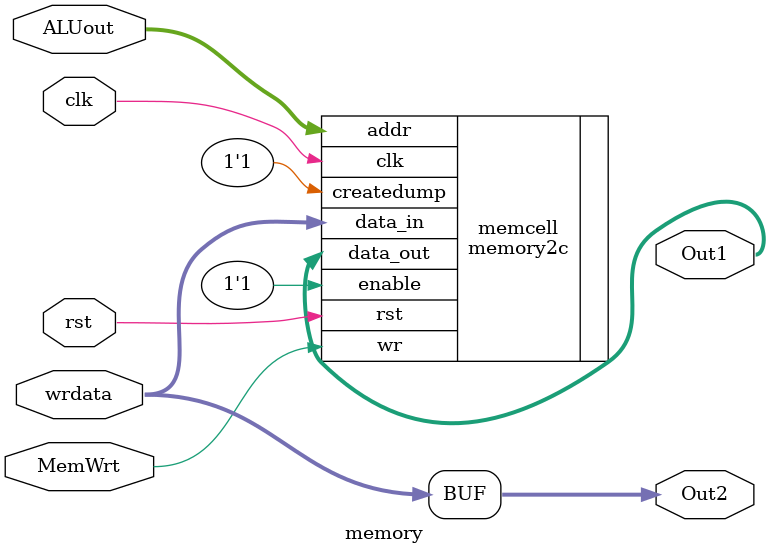
<source format=v>
/*
   CS/ECE 552 Spring '22
  
   Filename        : memory.v
   Description     : This module contains all components in the Memory stage of the 
                     processor.
*/

module memory (// Outputs
   	Out1, Out2,
   	// Inputs
   	ALUout, wrdata, MemWrt, clk, rst);

   	// IN/OUT
	input  [15:0] ALUout;
	input  [15:0] wrdata;
	input 		  MemWrt;
	input		  clk;
	input		  rst;

	output [15:0] Out1;
	output [15:0] Out2;

	// WIRE

	// MAIN

	memory2c memcell(.data_out(Out1), .data_in(wrdata), .addr(ALUout), .enable(1'b1), .wr(MemWrt), .createdump(1'b1), .clk(clk), .rst(rst));
	assign Out2 = wrdata;


   

   
endmodule


</source>
